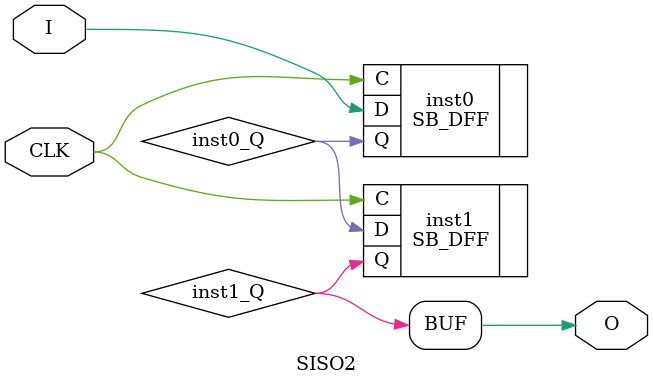
<source format=v>
module SISO2 (input  I, output  O, input  CLK);
wire  inst0_Q;
wire  inst1_Q;
SB_DFF inst0 (.C(CLK), .D(I), .Q(inst0_Q));
SB_DFF inst1 (.C(CLK), .D(inst0_Q), .Q(inst1_Q));
assign O = inst1_Q;
endmodule


</source>
